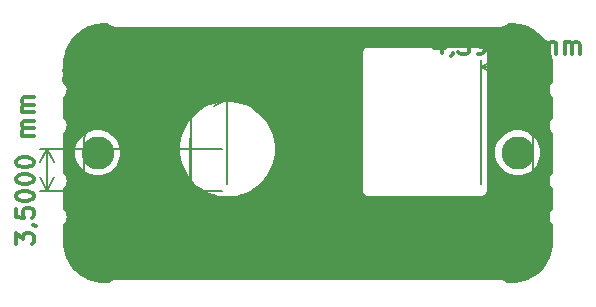
<source format=gbr>
%TF.GenerationSoftware,KiCad,Pcbnew,7.0.2*%
%TF.CreationDate,2023-05-24T14:08:54-03:00*%
%TF.ProjectId,Back_painel,4261636b-5f70-4616-996e-656c2e6b6963,rev?*%
%TF.SameCoordinates,Original*%
%TF.FileFunction,Copper,L1,Top*%
%TF.FilePolarity,Positive*%
%FSLAX46Y46*%
G04 Gerber Fmt 4.6, Leading zero omitted, Abs format (unit mm)*
G04 Created by KiCad (PCBNEW 7.0.2) date 2023-05-24 14:08:54*
%MOMM*%
%LPD*%
G01*
G04 APERTURE LIST*
%ADD10C,0.300000*%
%TA.AperFunction,NonConductor*%
%ADD11C,0.300000*%
%TD*%
%TA.AperFunction,NonConductor*%
%ADD12C,0.200000*%
%TD*%
%TA.AperFunction,ViaPad*%
%ADD13C,2.800000*%
%TD*%
G04 APERTURE END LIST*
D10*
D11*
X133838756Y-97804028D02*
X134767328Y-97804028D01*
X134767328Y-97804028D02*
X134267328Y-98375457D01*
X134267328Y-98375457D02*
X134481613Y-98375457D01*
X134481613Y-98375457D02*
X134624471Y-98446885D01*
X134624471Y-98446885D02*
X134695899Y-98518314D01*
X134695899Y-98518314D02*
X134767328Y-98661171D01*
X134767328Y-98661171D02*
X134767328Y-99018314D01*
X134767328Y-99018314D02*
X134695899Y-99161171D01*
X134695899Y-99161171D02*
X134624471Y-99232600D01*
X134624471Y-99232600D02*
X134481613Y-99304028D01*
X134481613Y-99304028D02*
X134053042Y-99304028D01*
X134053042Y-99304028D02*
X133910185Y-99232600D01*
X133910185Y-99232600D02*
X133838756Y-99161171D01*
X135481613Y-99232600D02*
X135481613Y-99304028D01*
X135481613Y-99304028D02*
X135410184Y-99446885D01*
X135410184Y-99446885D02*
X135338756Y-99518314D01*
X136910185Y-99304028D02*
X136053042Y-99304028D01*
X136481613Y-99304028D02*
X136481613Y-97804028D01*
X136481613Y-97804028D02*
X136338756Y-98018314D01*
X136338756Y-98018314D02*
X136195899Y-98161171D01*
X136195899Y-98161171D02*
X136053042Y-98232600D01*
X137838756Y-97804028D02*
X137981613Y-97804028D01*
X137981613Y-97804028D02*
X138124470Y-97875457D01*
X138124470Y-97875457D02*
X138195899Y-97946885D01*
X138195899Y-97946885D02*
X138267327Y-98089742D01*
X138267327Y-98089742D02*
X138338756Y-98375457D01*
X138338756Y-98375457D02*
X138338756Y-98732600D01*
X138338756Y-98732600D02*
X138267327Y-99018314D01*
X138267327Y-99018314D02*
X138195899Y-99161171D01*
X138195899Y-99161171D02*
X138124470Y-99232600D01*
X138124470Y-99232600D02*
X137981613Y-99304028D01*
X137981613Y-99304028D02*
X137838756Y-99304028D01*
X137838756Y-99304028D02*
X137695899Y-99232600D01*
X137695899Y-99232600D02*
X137624470Y-99161171D01*
X137624470Y-99161171D02*
X137553041Y-99018314D01*
X137553041Y-99018314D02*
X137481613Y-98732600D01*
X137481613Y-98732600D02*
X137481613Y-98375457D01*
X137481613Y-98375457D02*
X137553041Y-98089742D01*
X137553041Y-98089742D02*
X137624470Y-97946885D01*
X137624470Y-97946885D02*
X137695899Y-97875457D01*
X137695899Y-97875457D02*
X137838756Y-97804028D01*
X139267327Y-97804028D02*
X139410184Y-97804028D01*
X139410184Y-97804028D02*
X139553041Y-97875457D01*
X139553041Y-97875457D02*
X139624470Y-97946885D01*
X139624470Y-97946885D02*
X139695898Y-98089742D01*
X139695898Y-98089742D02*
X139767327Y-98375457D01*
X139767327Y-98375457D02*
X139767327Y-98732600D01*
X139767327Y-98732600D02*
X139695898Y-99018314D01*
X139695898Y-99018314D02*
X139624470Y-99161171D01*
X139624470Y-99161171D02*
X139553041Y-99232600D01*
X139553041Y-99232600D02*
X139410184Y-99304028D01*
X139410184Y-99304028D02*
X139267327Y-99304028D01*
X139267327Y-99304028D02*
X139124470Y-99232600D01*
X139124470Y-99232600D02*
X139053041Y-99161171D01*
X139053041Y-99161171D02*
X138981612Y-99018314D01*
X138981612Y-99018314D02*
X138910184Y-98732600D01*
X138910184Y-98732600D02*
X138910184Y-98375457D01*
X138910184Y-98375457D02*
X138981612Y-98089742D01*
X138981612Y-98089742D02*
X139053041Y-97946885D01*
X139053041Y-97946885D02*
X139124470Y-97875457D01*
X139124470Y-97875457D02*
X139267327Y-97804028D01*
X140695898Y-97804028D02*
X140838755Y-97804028D01*
X140838755Y-97804028D02*
X140981612Y-97875457D01*
X140981612Y-97875457D02*
X141053041Y-97946885D01*
X141053041Y-97946885D02*
X141124469Y-98089742D01*
X141124469Y-98089742D02*
X141195898Y-98375457D01*
X141195898Y-98375457D02*
X141195898Y-98732600D01*
X141195898Y-98732600D02*
X141124469Y-99018314D01*
X141124469Y-99018314D02*
X141053041Y-99161171D01*
X141053041Y-99161171D02*
X140981612Y-99232600D01*
X140981612Y-99232600D02*
X140838755Y-99304028D01*
X140838755Y-99304028D02*
X140695898Y-99304028D01*
X140695898Y-99304028D02*
X140553041Y-99232600D01*
X140553041Y-99232600D02*
X140481612Y-99161171D01*
X140481612Y-99161171D02*
X140410183Y-99018314D01*
X140410183Y-99018314D02*
X140338755Y-98732600D01*
X140338755Y-98732600D02*
X140338755Y-98375457D01*
X140338755Y-98375457D02*
X140410183Y-98089742D01*
X140410183Y-98089742D02*
X140481612Y-97946885D01*
X140481612Y-97946885D02*
X140553041Y-97875457D01*
X140553041Y-97875457D02*
X140695898Y-97804028D01*
X142981611Y-99304028D02*
X142981611Y-98304028D01*
X142981611Y-98446885D02*
X143053040Y-98375457D01*
X143053040Y-98375457D02*
X143195897Y-98304028D01*
X143195897Y-98304028D02*
X143410183Y-98304028D01*
X143410183Y-98304028D02*
X143553040Y-98375457D01*
X143553040Y-98375457D02*
X143624469Y-98518314D01*
X143624469Y-98518314D02*
X143624469Y-99304028D01*
X143624469Y-98518314D02*
X143695897Y-98375457D01*
X143695897Y-98375457D02*
X143838754Y-98304028D01*
X143838754Y-98304028D02*
X144053040Y-98304028D01*
X144053040Y-98304028D02*
X144195897Y-98375457D01*
X144195897Y-98375457D02*
X144267326Y-98518314D01*
X144267326Y-98518314D02*
X144267326Y-99304028D01*
X144981611Y-99304028D02*
X144981611Y-98304028D01*
X144981611Y-98446885D02*
X145053040Y-98375457D01*
X145053040Y-98375457D02*
X145195897Y-98304028D01*
X145195897Y-98304028D02*
X145410183Y-98304028D01*
X145410183Y-98304028D02*
X145553040Y-98375457D01*
X145553040Y-98375457D02*
X145624469Y-98518314D01*
X145624469Y-98518314D02*
X145624469Y-99304028D01*
X145624469Y-98518314D02*
X145695897Y-98375457D01*
X145695897Y-98375457D02*
X145838754Y-98304028D01*
X145838754Y-98304028D02*
X146053040Y-98304028D01*
X146053040Y-98304028D02*
X146195897Y-98375457D01*
X146195897Y-98375457D02*
X146267326Y-98518314D01*
X146267326Y-98518314D02*
X146267326Y-99304028D01*
D12*
X138574470Y-107610100D02*
X138574470Y-99823680D01*
X141674470Y-107610100D02*
X141674470Y-99823680D01*
X138574470Y-100410100D02*
X141674470Y-100410100D01*
X138574470Y-100410100D02*
X141674470Y-100410100D01*
X138574470Y-100410100D02*
X139700974Y-99823679D01*
X138574470Y-100410100D02*
X139700974Y-100996521D01*
X141674470Y-100410100D02*
X140547966Y-100996521D01*
X141674470Y-100410100D02*
X140547966Y-99823679D01*
D10*
D11*
X128138000Y-98351938D02*
X127995374Y-98280049D01*
X127995374Y-98280049D02*
X127924177Y-98208390D01*
X127924177Y-98208390D02*
X127853210Y-98065303D01*
X127853210Y-98065303D02*
X127853441Y-97993875D01*
X127853441Y-97993875D02*
X127925330Y-97851249D01*
X127925330Y-97851249D02*
X127996989Y-97780051D01*
X127996989Y-97780051D02*
X128140076Y-97709085D01*
X128140076Y-97709085D02*
X128425789Y-97710007D01*
X128425789Y-97710007D02*
X128568415Y-97781897D01*
X128568415Y-97781897D02*
X128639612Y-97853556D01*
X128639612Y-97853556D02*
X128710579Y-97996643D01*
X128710579Y-97996643D02*
X128710349Y-98068071D01*
X128710349Y-98068071D02*
X128638459Y-98210697D01*
X128638459Y-98210697D02*
X128566800Y-98281894D01*
X128566800Y-98281894D02*
X128423713Y-98352861D01*
X128423713Y-98352861D02*
X128138000Y-98351938D01*
X128138000Y-98351938D02*
X127994913Y-98422905D01*
X127994913Y-98422905D02*
X127923254Y-98494103D01*
X127923254Y-98494103D02*
X127851365Y-98636728D01*
X127851365Y-98636728D02*
X127850442Y-98922441D01*
X127850442Y-98922441D02*
X127921409Y-99065528D01*
X127921409Y-99065528D02*
X127992606Y-99137187D01*
X127992606Y-99137187D02*
X128135232Y-99209077D01*
X128135232Y-99209077D02*
X128420945Y-99209999D01*
X128420945Y-99209999D02*
X128564032Y-99139033D01*
X128564032Y-99139033D02*
X128635691Y-99067835D01*
X128635691Y-99067835D02*
X128707580Y-98925209D01*
X128707580Y-98925209D02*
X128708503Y-98639497D01*
X128708503Y-98639497D02*
X128637536Y-98496410D01*
X128637536Y-98496410D02*
X128566339Y-98424751D01*
X128566339Y-98424751D02*
X128423713Y-98352861D01*
X129421170Y-99141801D02*
X129420939Y-99213229D01*
X129420939Y-99213229D02*
X129349049Y-99355855D01*
X129349049Y-99355855D02*
X129277390Y-99427052D01*
X130135221Y-99215536D02*
X130420934Y-99216459D01*
X130420934Y-99216459D02*
X130564021Y-99145492D01*
X130564021Y-99145492D02*
X130635680Y-99074295D01*
X130635680Y-99074295D02*
X130779228Y-98860471D01*
X130779228Y-98860471D02*
X130851579Y-98574989D01*
X130851579Y-98574989D02*
X130853425Y-98003564D01*
X130853425Y-98003564D02*
X130782458Y-97860477D01*
X130782458Y-97860477D02*
X130711261Y-97788818D01*
X130711261Y-97788818D02*
X130568635Y-97716928D01*
X130568635Y-97716928D02*
X130282922Y-97716005D01*
X130282922Y-97716005D02*
X130139835Y-97786972D01*
X130139835Y-97786972D02*
X130068176Y-97858170D01*
X130068176Y-97858170D02*
X129996287Y-98000795D01*
X129996287Y-98000795D02*
X129995133Y-98357936D01*
X129995133Y-98357936D02*
X130066100Y-98501024D01*
X130066100Y-98501024D02*
X130137297Y-98572682D01*
X130137297Y-98572682D02*
X130279923Y-98644572D01*
X130279923Y-98644572D02*
X130565636Y-98645495D01*
X130565636Y-98645495D02*
X130708723Y-98574528D01*
X130708723Y-98574528D02*
X130780382Y-98503330D01*
X130780382Y-98503330D02*
X130852272Y-98360705D01*
X131354345Y-97719466D02*
X132354340Y-97722696D01*
X132354340Y-97722696D02*
X131706641Y-99220611D01*
X132992348Y-99224764D02*
X133278061Y-99225687D01*
X133278061Y-99225687D02*
X133421148Y-99154720D01*
X133421148Y-99154720D02*
X133492807Y-99083522D01*
X133492807Y-99083522D02*
X133636356Y-98869699D01*
X133636356Y-98869699D02*
X133708707Y-98584217D01*
X133708707Y-98584217D02*
X133710552Y-98012792D01*
X133710552Y-98012792D02*
X133639585Y-97869704D01*
X133639585Y-97869704D02*
X133568388Y-97798046D01*
X133568388Y-97798046D02*
X133425762Y-97726156D01*
X133425762Y-97726156D02*
X133140049Y-97725233D01*
X133140049Y-97725233D02*
X132996962Y-97796200D01*
X132996962Y-97796200D02*
X132925303Y-97867398D01*
X132925303Y-97867398D02*
X132853414Y-98010023D01*
X132853414Y-98010023D02*
X132852260Y-98367164D01*
X132852260Y-98367164D02*
X132923227Y-98510251D01*
X132923227Y-98510251D02*
X132994425Y-98581910D01*
X132994425Y-98581910D02*
X133137050Y-98653800D01*
X133137050Y-98653800D02*
X133422763Y-98654723D01*
X133422763Y-98654723D02*
X133565850Y-98583756D01*
X133565850Y-98583756D02*
X133637509Y-98512558D01*
X133637509Y-98512558D02*
X133709399Y-98369933D01*
X134640041Y-97730078D02*
X134782897Y-97730539D01*
X134782897Y-97730539D02*
X134925523Y-97802429D01*
X134925523Y-97802429D02*
X134996721Y-97874088D01*
X134996721Y-97874088D02*
X135067687Y-98017175D01*
X135067687Y-98017175D02*
X135138193Y-98303118D01*
X135138193Y-98303118D02*
X135137039Y-98660259D01*
X135137039Y-98660259D02*
X135064688Y-98945741D01*
X135064688Y-98945741D02*
X134992799Y-99088367D01*
X134992799Y-99088367D02*
X134921140Y-99159565D01*
X134921140Y-99159565D02*
X134778053Y-99230531D01*
X134778053Y-99230531D02*
X134635196Y-99230070D01*
X134635196Y-99230070D02*
X134492571Y-99158180D01*
X134492571Y-99158180D02*
X134421373Y-99086522D01*
X134421373Y-99086522D02*
X134350406Y-98943434D01*
X134350406Y-98943434D02*
X134279901Y-98657491D01*
X134279901Y-98657491D02*
X134281055Y-98300350D01*
X134281055Y-98300350D02*
X134353405Y-98014868D01*
X134353405Y-98014868D02*
X134425295Y-97872242D01*
X134425295Y-97872242D02*
X134496954Y-97801045D01*
X134496954Y-97801045D02*
X134640041Y-97730078D01*
X136920898Y-99237452D02*
X136924128Y-98237457D01*
X136923667Y-98380314D02*
X136995325Y-98309116D01*
X136995325Y-98309116D02*
X137138413Y-98238150D01*
X137138413Y-98238150D02*
X137352697Y-98238842D01*
X137352697Y-98238842D02*
X137495323Y-98310731D01*
X137495323Y-98310731D02*
X137566290Y-98453818D01*
X137566290Y-98453818D02*
X137563752Y-99239529D01*
X137566290Y-98453818D02*
X137638179Y-98311193D01*
X137638179Y-98311193D02*
X137781266Y-98240226D01*
X137781266Y-98240226D02*
X137995551Y-98240918D01*
X137995551Y-98240918D02*
X138138177Y-98312808D01*
X138138177Y-98312808D02*
X138209143Y-98455895D01*
X138209143Y-98455895D02*
X138206606Y-99241605D01*
X138920888Y-99243912D02*
X138924118Y-98243917D01*
X138923656Y-98386773D02*
X138995315Y-98315576D01*
X138995315Y-98315576D02*
X139138402Y-98244609D01*
X139138402Y-98244609D02*
X139352687Y-98245301D01*
X139352687Y-98245301D02*
X139495312Y-98317191D01*
X139495312Y-98317191D02*
X139566279Y-98460278D01*
X139566279Y-98460278D02*
X139563742Y-99245988D01*
X139566279Y-98460278D02*
X139638169Y-98317652D01*
X139638169Y-98317652D02*
X139781256Y-98246685D01*
X139781256Y-98246685D02*
X139995541Y-98247377D01*
X139995541Y-98247377D02*
X140138166Y-98319267D01*
X140138166Y-98319267D02*
X140209133Y-98462354D01*
X140209133Y-98462354D02*
X140206595Y-99248064D01*
D12*
X129547085Y-107631103D02*
X129572593Y-99733374D01*
X138526085Y-107660103D02*
X138551593Y-99762374D01*
X129570699Y-100319791D02*
X138549699Y-100348791D01*
X129570699Y-100319791D02*
X138549699Y-100348791D01*
X129570699Y-100319791D02*
X130699091Y-99737012D01*
X129570699Y-100319791D02*
X130695303Y-100909847D01*
X138549699Y-100348791D02*
X137421307Y-100931570D01*
X138549699Y-100348791D02*
X137425095Y-99758735D01*
D10*
D11*
X123768398Y-112695813D02*
X123768398Y-111767241D01*
X123768398Y-111767241D02*
X124339827Y-112267241D01*
X124339827Y-112267241D02*
X124339827Y-112052956D01*
X124339827Y-112052956D02*
X124411255Y-111910099D01*
X124411255Y-111910099D02*
X124482684Y-111838670D01*
X124482684Y-111838670D02*
X124625541Y-111767241D01*
X124625541Y-111767241D02*
X124982684Y-111767241D01*
X124982684Y-111767241D02*
X125125541Y-111838670D01*
X125125541Y-111838670D02*
X125196970Y-111910099D01*
X125196970Y-111910099D02*
X125268398Y-112052956D01*
X125268398Y-112052956D02*
X125268398Y-112481527D01*
X125268398Y-112481527D02*
X125196970Y-112624384D01*
X125196970Y-112624384D02*
X125125541Y-112695813D01*
X125196970Y-111052956D02*
X125268398Y-111052956D01*
X125268398Y-111052956D02*
X125411255Y-111124385D01*
X125411255Y-111124385D02*
X125482684Y-111195813D01*
X123768398Y-109695813D02*
X123768398Y-110410099D01*
X123768398Y-110410099D02*
X124482684Y-110481527D01*
X124482684Y-110481527D02*
X124411255Y-110410099D01*
X124411255Y-110410099D02*
X124339827Y-110267242D01*
X124339827Y-110267242D02*
X124339827Y-109910099D01*
X124339827Y-109910099D02*
X124411255Y-109767242D01*
X124411255Y-109767242D02*
X124482684Y-109695813D01*
X124482684Y-109695813D02*
X124625541Y-109624384D01*
X124625541Y-109624384D02*
X124982684Y-109624384D01*
X124982684Y-109624384D02*
X125125541Y-109695813D01*
X125125541Y-109695813D02*
X125196970Y-109767242D01*
X125196970Y-109767242D02*
X125268398Y-109910099D01*
X125268398Y-109910099D02*
X125268398Y-110267242D01*
X125268398Y-110267242D02*
X125196970Y-110410099D01*
X125196970Y-110410099D02*
X125125541Y-110481527D01*
X123768398Y-108695813D02*
X123768398Y-108552956D01*
X123768398Y-108552956D02*
X123839827Y-108410099D01*
X123839827Y-108410099D02*
X123911255Y-108338671D01*
X123911255Y-108338671D02*
X124054112Y-108267242D01*
X124054112Y-108267242D02*
X124339827Y-108195813D01*
X124339827Y-108195813D02*
X124696970Y-108195813D01*
X124696970Y-108195813D02*
X124982684Y-108267242D01*
X124982684Y-108267242D02*
X125125541Y-108338671D01*
X125125541Y-108338671D02*
X125196970Y-108410099D01*
X125196970Y-108410099D02*
X125268398Y-108552956D01*
X125268398Y-108552956D02*
X125268398Y-108695813D01*
X125268398Y-108695813D02*
X125196970Y-108838671D01*
X125196970Y-108838671D02*
X125125541Y-108910099D01*
X125125541Y-108910099D02*
X124982684Y-108981528D01*
X124982684Y-108981528D02*
X124696970Y-109052956D01*
X124696970Y-109052956D02*
X124339827Y-109052956D01*
X124339827Y-109052956D02*
X124054112Y-108981528D01*
X124054112Y-108981528D02*
X123911255Y-108910099D01*
X123911255Y-108910099D02*
X123839827Y-108838671D01*
X123839827Y-108838671D02*
X123768398Y-108695813D01*
X123768398Y-107267242D02*
X123768398Y-107124385D01*
X123768398Y-107124385D02*
X123839827Y-106981528D01*
X123839827Y-106981528D02*
X123911255Y-106910100D01*
X123911255Y-106910100D02*
X124054112Y-106838671D01*
X124054112Y-106838671D02*
X124339827Y-106767242D01*
X124339827Y-106767242D02*
X124696970Y-106767242D01*
X124696970Y-106767242D02*
X124982684Y-106838671D01*
X124982684Y-106838671D02*
X125125541Y-106910100D01*
X125125541Y-106910100D02*
X125196970Y-106981528D01*
X125196970Y-106981528D02*
X125268398Y-107124385D01*
X125268398Y-107124385D02*
X125268398Y-107267242D01*
X125268398Y-107267242D02*
X125196970Y-107410100D01*
X125196970Y-107410100D02*
X125125541Y-107481528D01*
X125125541Y-107481528D02*
X124982684Y-107552957D01*
X124982684Y-107552957D02*
X124696970Y-107624385D01*
X124696970Y-107624385D02*
X124339827Y-107624385D01*
X124339827Y-107624385D02*
X124054112Y-107552957D01*
X124054112Y-107552957D02*
X123911255Y-107481528D01*
X123911255Y-107481528D02*
X123839827Y-107410100D01*
X123839827Y-107410100D02*
X123768398Y-107267242D01*
X123768398Y-105838671D02*
X123768398Y-105695814D01*
X123768398Y-105695814D02*
X123839827Y-105552957D01*
X123839827Y-105552957D02*
X123911255Y-105481529D01*
X123911255Y-105481529D02*
X124054112Y-105410100D01*
X124054112Y-105410100D02*
X124339827Y-105338671D01*
X124339827Y-105338671D02*
X124696970Y-105338671D01*
X124696970Y-105338671D02*
X124982684Y-105410100D01*
X124982684Y-105410100D02*
X125125541Y-105481529D01*
X125125541Y-105481529D02*
X125196970Y-105552957D01*
X125196970Y-105552957D02*
X125268398Y-105695814D01*
X125268398Y-105695814D02*
X125268398Y-105838671D01*
X125268398Y-105838671D02*
X125196970Y-105981529D01*
X125196970Y-105981529D02*
X125125541Y-106052957D01*
X125125541Y-106052957D02*
X124982684Y-106124386D01*
X124982684Y-106124386D02*
X124696970Y-106195814D01*
X124696970Y-106195814D02*
X124339827Y-106195814D01*
X124339827Y-106195814D02*
X124054112Y-106124386D01*
X124054112Y-106124386D02*
X123911255Y-106052957D01*
X123911255Y-106052957D02*
X123839827Y-105981529D01*
X123839827Y-105981529D02*
X123768398Y-105838671D01*
X125268398Y-103552958D02*
X124268398Y-103552958D01*
X124411255Y-103552958D02*
X124339827Y-103481529D01*
X124339827Y-103481529D02*
X124268398Y-103338672D01*
X124268398Y-103338672D02*
X124268398Y-103124386D01*
X124268398Y-103124386D02*
X124339827Y-102981529D01*
X124339827Y-102981529D02*
X124482684Y-102910101D01*
X124482684Y-102910101D02*
X125268398Y-102910101D01*
X124482684Y-102910101D02*
X124339827Y-102838672D01*
X124339827Y-102838672D02*
X124268398Y-102695815D01*
X124268398Y-102695815D02*
X124268398Y-102481529D01*
X124268398Y-102481529D02*
X124339827Y-102338672D01*
X124339827Y-102338672D02*
X124482684Y-102267243D01*
X124482684Y-102267243D02*
X125268398Y-102267243D01*
X125268398Y-101552958D02*
X124268398Y-101552958D01*
X124411255Y-101552958D02*
X124339827Y-101481529D01*
X124339827Y-101481529D02*
X124268398Y-101338672D01*
X124268398Y-101338672D02*
X124268398Y-101124386D01*
X124268398Y-101124386D02*
X124339827Y-100981529D01*
X124339827Y-100981529D02*
X124482684Y-100910101D01*
X124482684Y-100910101D02*
X125268398Y-100910101D01*
X124482684Y-100910101D02*
X124339827Y-100838672D01*
X124339827Y-100838672D02*
X124268398Y-100695815D01*
X124268398Y-100695815D02*
X124268398Y-100481529D01*
X124268398Y-100481529D02*
X124339827Y-100338672D01*
X124339827Y-100338672D02*
X124482684Y-100267243D01*
X124482684Y-100267243D02*
X125268398Y-100267243D01*
D12*
X141174470Y-108160100D02*
X125788050Y-108160100D01*
X141174470Y-104660100D02*
X125788050Y-104660100D01*
X126374470Y-108160100D02*
X126374470Y-104660100D01*
X126374470Y-108160100D02*
X126374470Y-104660100D01*
X126374470Y-108160100D02*
X125788049Y-107033596D01*
X126374470Y-108160100D02*
X126960891Y-107033596D01*
X126374470Y-104660100D02*
X126960891Y-105786604D01*
X126374470Y-104660100D02*
X125788049Y-105786604D01*
D10*
D11*
X159881448Y-95557907D02*
X159876669Y-96557896D01*
X159527040Y-94984778D02*
X159164781Y-96054488D01*
X159164781Y-96054488D02*
X160093342Y-96058925D01*
X160734143Y-96490564D02*
X160733802Y-96561992D01*
X160733802Y-96561992D02*
X160661691Y-96704506D01*
X160661691Y-96704506D02*
X160589922Y-96775593D01*
X161240965Y-95064399D02*
X162169526Y-95068837D01*
X162169526Y-95068837D02*
X161666800Y-95637869D01*
X161666800Y-95637869D02*
X161881084Y-95638893D01*
X161881084Y-95638893D02*
X162023598Y-95711004D01*
X162023598Y-95711004D02*
X162094684Y-95782773D01*
X162094684Y-95782773D02*
X162165429Y-95925970D01*
X162165429Y-95925970D02*
X162163722Y-96283108D01*
X162163722Y-96283108D02*
X162091612Y-96425623D01*
X162091612Y-96425623D02*
X162019843Y-96496709D01*
X162019843Y-96496709D02*
X161876646Y-96567454D01*
X161876646Y-96567454D02*
X161448079Y-96565406D01*
X161448079Y-96565406D02*
X161305565Y-96493295D01*
X161305565Y-96493295D02*
X161234479Y-96421526D01*
X162876634Y-96572233D02*
X163162345Y-96573599D01*
X163162345Y-96573599D02*
X163305542Y-96502854D01*
X163305542Y-96502854D02*
X163377311Y-96431767D01*
X163377311Y-96431767D02*
X163521191Y-96218167D01*
X163521191Y-96218167D02*
X163593984Y-95932797D01*
X163593984Y-95932797D02*
X163596715Y-95361375D01*
X163596715Y-95361375D02*
X163525970Y-95218178D01*
X163525970Y-95218178D02*
X163454884Y-95146409D01*
X163454884Y-95146409D02*
X163312369Y-95074299D01*
X163312369Y-95074299D02*
X163026658Y-95072933D01*
X163026658Y-95072933D02*
X162883461Y-95143678D01*
X162883461Y-95143678D02*
X162811692Y-95214764D01*
X162811692Y-95214764D02*
X162739582Y-95357279D01*
X162739582Y-95357279D02*
X162737875Y-95714417D01*
X162737875Y-95714417D02*
X162808620Y-95857614D01*
X162808620Y-95857614D02*
X162879706Y-95929383D01*
X162879706Y-95929383D02*
X163022221Y-96001494D01*
X163022221Y-96001494D02*
X163307932Y-96002859D01*
X163307932Y-96002859D02*
X163451128Y-95932114D01*
X163451128Y-95932114D02*
X163522898Y-95861028D01*
X163522898Y-95861028D02*
X163595008Y-95718514D01*
X164881390Y-95581803D02*
X164876611Y-96581792D01*
X164526982Y-95008674D02*
X164164723Y-96078384D01*
X164164723Y-96078384D02*
X165093284Y-96082821D01*
X166448021Y-96589302D02*
X165590888Y-96585205D01*
X166019454Y-96587253D02*
X166026623Y-95087271D01*
X166026623Y-95087271D02*
X165882744Y-95300871D01*
X165882744Y-95300871D02*
X165739205Y-95443044D01*
X165739205Y-95443044D02*
X165596008Y-95513789D01*
X168233714Y-96597836D02*
X168238494Y-95597847D01*
X168237811Y-95740703D02*
X168309580Y-95669617D01*
X168309580Y-95669617D02*
X168452777Y-95598872D01*
X168452777Y-95598872D02*
X168667060Y-95599896D01*
X168667060Y-95599896D02*
X168809574Y-95672006D01*
X168809574Y-95672006D02*
X168880319Y-95815203D01*
X168880319Y-95815203D02*
X168876564Y-96600908D01*
X168880319Y-95815203D02*
X168952430Y-95672689D01*
X168952430Y-95672689D02*
X169095627Y-95601944D01*
X169095627Y-95601944D02*
X169309910Y-95602968D01*
X169309910Y-95602968D02*
X169452424Y-95675078D01*
X169452424Y-95675078D02*
X169523169Y-95818275D01*
X169523169Y-95818275D02*
X169519414Y-96603981D01*
X170233691Y-96607394D02*
X170238471Y-95607406D01*
X170237788Y-95750261D02*
X170309557Y-95679175D01*
X170309557Y-95679175D02*
X170452754Y-95608430D01*
X170452754Y-95608430D02*
X170667037Y-95609454D01*
X170667037Y-95609454D02*
X170809551Y-95681564D01*
X170809551Y-95681564D02*
X170880296Y-95824761D01*
X170880296Y-95824761D02*
X170876541Y-96610467D01*
X170880296Y-95824761D02*
X170952407Y-95682247D01*
X170952407Y-95682247D02*
X171095604Y-95611502D01*
X171095604Y-95611502D02*
X171309887Y-95612526D01*
X171309887Y-95612526D02*
X171452401Y-95684637D01*
X171452401Y-95684637D02*
X171523146Y-95827834D01*
X171523146Y-95827834D02*
X171519391Y-96613539D01*
D12*
X167520860Y-107631106D02*
X167571122Y-97114327D01*
X163126860Y-107610106D02*
X163177122Y-97093327D01*
X167568319Y-97700740D02*
X163174319Y-97679740D01*
X167568319Y-97700740D02*
X163174319Y-97679740D01*
X167568319Y-97700740D02*
X166439025Y-98281770D01*
X167568319Y-97700740D02*
X166444631Y-97108942D01*
X163174319Y-97679740D02*
X164303613Y-97098710D01*
X163174319Y-97679740D02*
X164298007Y-98271538D01*
D13*
%TO.N,*%
X166248470Y-104956100D03*
X130688470Y-104956100D03*
%TD*%
%TA.AperFunction,NonConductor*%
G36*
X131635144Y-94023785D02*
G01*
X131655786Y-94040419D01*
X131740799Y-94125432D01*
X131871955Y-94213052D01*
X132017694Y-94273391D01*
X132172399Y-94304123D01*
X132172400Y-94304122D01*
X132172401Y-94304123D01*
X132251267Y-94304100D01*
X164685208Y-94304100D01*
X164751100Y-94304100D01*
X164829942Y-94304100D01*
X164829944Y-94304100D01*
X164984594Y-94273338D01*
X164984595Y-94273337D01*
X164984597Y-94273337D01*
X165130279Y-94212994D01*
X165261389Y-94125389D01*
X165346358Y-94040419D01*
X165407682Y-94006934D01*
X165434040Y-94004100D01*
X165685208Y-94004100D01*
X165748049Y-94004100D01*
X165754132Y-94004248D01*
X166088029Y-94020652D01*
X166100137Y-94021845D01*
X166113216Y-94023785D01*
X166427799Y-94070449D01*
X166439717Y-94072819D01*
X166761051Y-94153309D01*
X166772688Y-94156840D01*
X166843906Y-94182322D01*
X167084567Y-94268432D01*
X167095788Y-94273079D01*
X167395263Y-94414720D01*
X167405971Y-94420444D01*
X167690088Y-94590737D01*
X167700206Y-94597497D01*
X167966270Y-94794824D01*
X167975676Y-94802544D01*
X168221113Y-95024995D01*
X168229704Y-95033586D01*
X168416855Y-95240075D01*
X168452155Y-95279023D01*
X168459875Y-95288429D01*
X168657202Y-95554493D01*
X168663962Y-95564611D01*
X168792876Y-95779692D01*
X168834248Y-95848716D01*
X168839983Y-95859444D01*
X168970180Y-96134723D01*
X168981614Y-96158897D01*
X168986270Y-96170140D01*
X169097859Y-96482011D01*
X169101392Y-96493655D01*
X169181877Y-96814969D01*
X169184251Y-96826905D01*
X169232854Y-97154562D01*
X169234047Y-97166671D01*
X169250451Y-97500565D01*
X169250600Y-97506650D01*
X169250600Y-98915534D01*
X169230915Y-98982573D01*
X169218750Y-98998506D01*
X169099914Y-99130485D01*
X169015778Y-99276213D01*
X168963780Y-99436248D01*
X168946191Y-99603600D01*
X168963780Y-99770951D01*
X169015778Y-99930986D01*
X169099912Y-100076711D01*
X169099915Y-100076714D01*
X169212511Y-100201764D01*
X169212513Y-100201765D01*
X169218750Y-100208692D01*
X169248980Y-100271684D01*
X169250600Y-100291665D01*
X169250600Y-101965534D01*
X169230915Y-102032573D01*
X169218750Y-102048506D01*
X169099914Y-102180485D01*
X169015778Y-102326213D01*
X168963780Y-102486248D01*
X168946191Y-102653599D01*
X168963780Y-102820951D01*
X169015778Y-102980986D01*
X169099912Y-103126711D01*
X169101005Y-103127925D01*
X169212511Y-103251764D01*
X169212513Y-103251765D01*
X169218750Y-103258692D01*
X169248980Y-103321684D01*
X169250600Y-103341665D01*
X169250599Y-106665534D01*
X169230914Y-106732573D01*
X169218749Y-106748506D01*
X169099914Y-106880485D01*
X169015778Y-107026213D01*
X168963780Y-107186248D01*
X168946191Y-107353600D01*
X168963780Y-107520951D01*
X169015778Y-107680986D01*
X169099912Y-107826711D01*
X169099915Y-107826714D01*
X169212511Y-107951764D01*
X169212513Y-107951765D01*
X169218750Y-107958692D01*
X169248980Y-108021684D01*
X169250600Y-108041665D01*
X169250600Y-109715534D01*
X169230915Y-109782573D01*
X169218750Y-109798506D01*
X169099914Y-109930485D01*
X169015778Y-110076213D01*
X168963780Y-110236248D01*
X168946191Y-110403600D01*
X168963780Y-110570951D01*
X169015778Y-110730986D01*
X169099912Y-110876711D01*
X169099915Y-110876714D01*
X169212511Y-111001764D01*
X169212513Y-111001765D01*
X169218750Y-111008692D01*
X169248980Y-111071684D01*
X169250600Y-111091665D01*
X169250600Y-112500548D01*
X169250451Y-112506633D01*
X169234047Y-112840528D01*
X169232854Y-112852637D01*
X169184251Y-113180294D01*
X169181877Y-113192230D01*
X169101392Y-113513544D01*
X169097859Y-113525188D01*
X168986270Y-113837059D01*
X168981614Y-113848302D01*
X168839985Y-114147751D01*
X168834248Y-114158483D01*
X168663962Y-114442588D01*
X168657202Y-114452706D01*
X168459875Y-114718770D01*
X168452155Y-114728176D01*
X168229711Y-114973606D01*
X168221106Y-114982211D01*
X167975676Y-115204655D01*
X167966270Y-115212375D01*
X167700206Y-115409702D01*
X167690088Y-115416462D01*
X167405983Y-115586748D01*
X167395251Y-115592485D01*
X167095802Y-115734114D01*
X167084559Y-115738770D01*
X166772688Y-115850359D01*
X166761044Y-115853892D01*
X166439730Y-115934377D01*
X166427794Y-115936751D01*
X166100137Y-115985354D01*
X166088028Y-115986547D01*
X165773089Y-116002019D01*
X165754131Y-116002951D01*
X165748049Y-116003100D01*
X165433987Y-116003100D01*
X165366948Y-115983415D01*
X165346310Y-115966785D01*
X165261379Y-115881854D01*
X165261315Y-115881811D01*
X165130313Y-115794263D01*
X164984685Y-115733914D01*
X164830088Y-115703123D01*
X164787005Y-115703110D01*
X164786959Y-115703108D01*
X164786899Y-115703100D01*
X164786718Y-115703100D01*
X164751267Y-115703100D01*
X164685375Y-115703078D01*
X164685373Y-115703078D01*
X164669154Y-115703073D01*
X164668949Y-115703100D01*
X132172256Y-115703100D01*
X132017605Y-115733861D01*
X131871920Y-115794206D01*
X131740810Y-115881811D01*
X131655841Y-115966781D01*
X131594518Y-116000266D01*
X131568160Y-116003100D01*
X131254151Y-116003100D01*
X131248068Y-116002951D01*
X131228000Y-116001965D01*
X130914171Y-115986547D01*
X130902062Y-115985354D01*
X130574405Y-115936751D01*
X130562469Y-115934377D01*
X130241155Y-115853892D01*
X130229511Y-115850359D01*
X129917640Y-115738770D01*
X129906401Y-115734115D01*
X129606944Y-115592483D01*
X129596221Y-115586750D01*
X129312111Y-115416462D01*
X129301993Y-115409702D01*
X129035929Y-115212375D01*
X129026523Y-115204655D01*
X128987575Y-115169355D01*
X128781086Y-114982204D01*
X128772495Y-114973613D01*
X128550044Y-114728176D01*
X128542324Y-114718770D01*
X128344997Y-114452706D01*
X128338237Y-114442588D01*
X128167944Y-114158471D01*
X128162220Y-114147763D01*
X128020579Y-113848288D01*
X128015929Y-113837059D01*
X127904340Y-113525188D01*
X127900807Y-113513544D01*
X127892058Y-113478615D01*
X127820319Y-113192217D01*
X127817948Y-113180294D01*
X127769345Y-112852637D01*
X127768152Y-112840527D01*
X127751749Y-112506632D01*
X127751600Y-112500548D01*
X127751600Y-111091665D01*
X127771285Y-111024626D01*
X127783450Y-111008692D01*
X127789686Y-111001766D01*
X127789689Y-111001764D01*
X127902285Y-110876714D01*
X127986421Y-110730986D01*
X128038420Y-110570950D01*
X128056009Y-110403600D01*
X128038420Y-110236250D01*
X127986421Y-110076214D01*
X127986421Y-110076213D01*
X127902285Y-109930485D01*
X127783450Y-109798506D01*
X127753220Y-109735515D01*
X127751600Y-109715534D01*
X127751600Y-108041665D01*
X127771285Y-107974626D01*
X127783450Y-107958692D01*
X127789686Y-107951766D01*
X127789689Y-107951764D01*
X127902285Y-107826714D01*
X127986421Y-107680986D01*
X128038420Y-107520950D01*
X128056009Y-107353600D01*
X128038420Y-107186250D01*
X127986421Y-107026214D01*
X127986421Y-107026213D01*
X127902285Y-106880485D01*
X127783450Y-106748506D01*
X127753220Y-106685515D01*
X127751600Y-106665534D01*
X127751600Y-104956099D01*
X128783114Y-104956099D01*
X128802509Y-105227261D01*
X128860293Y-105492896D01*
X128860295Y-105492901D01*
X128955298Y-105747613D01*
X128955300Y-105747617D01*
X128955301Y-105747619D01*
X129085579Y-105986208D01*
X129085583Y-105986213D01*
X129248499Y-106203842D01*
X129440728Y-106396071D01*
X129643943Y-106548197D01*
X129658361Y-106558990D01*
X129853484Y-106665534D01*
X129896957Y-106689272D01*
X130151669Y-106784275D01*
X130151672Y-106784275D01*
X130151673Y-106784276D01*
X130201322Y-106795076D01*
X130417310Y-106842061D01*
X130667580Y-106859960D01*
X130688469Y-106861455D01*
X130688469Y-106861454D01*
X130688470Y-106861455D01*
X130959630Y-106842061D01*
X131225271Y-106784275D01*
X131479983Y-106689272D01*
X131718583Y-106558987D01*
X131936212Y-106396071D01*
X132128441Y-106203842D01*
X132291357Y-105986213D01*
X132421642Y-105747613D01*
X132516645Y-105492901D01*
X132574431Y-105227260D01*
X132593825Y-104956100D01*
X132574431Y-104684940D01*
X132569027Y-104660100D01*
X137669145Y-104660100D01*
X137669294Y-104663132D01*
X137688282Y-105049648D01*
X137688283Y-105049658D01*
X137688432Y-105052691D01*
X137688878Y-105055699D01*
X137688879Y-105055707D01*
X137745658Y-105438486D01*
X137745661Y-105438504D01*
X137746106Y-105441500D01*
X137746842Y-105444439D01*
X137746845Y-105444453D01*
X137840874Y-105819836D01*
X137840877Y-105819846D01*
X137841613Y-105822784D01*
X137842629Y-105825625D01*
X137842635Y-105825643D01*
X137973008Y-106190012D01*
X137973012Y-106190024D01*
X137974032Y-106192872D01*
X138142089Y-106548197D01*
X138344164Y-106885339D01*
X138578312Y-107201051D01*
X138842278Y-107492292D01*
X139133519Y-107756258D01*
X139449231Y-107990406D01*
X139786373Y-108192481D01*
X140141698Y-108360538D01*
X140144556Y-108361560D01*
X140144557Y-108361561D01*
X140508926Y-108491934D01*
X140508931Y-108491935D01*
X140511786Y-108492957D01*
X140893070Y-108588464D01*
X141281879Y-108646138D01*
X141674470Y-108665425D01*
X142067061Y-108646138D01*
X142455870Y-108588464D01*
X142837154Y-108492957D01*
X143207242Y-108360538D01*
X143562567Y-108192481D01*
X143579952Y-108182061D01*
X153123970Y-108182061D01*
X153127412Y-108193783D01*
X153131660Y-108208253D01*
X153135417Y-108225526D01*
X153139304Y-108252557D01*
X153139305Y-108252557D01*
X153150643Y-108277383D01*
X153156824Y-108293957D01*
X153164515Y-108320149D01*
X153164516Y-108320151D01*
X153164517Y-108320153D01*
X153179280Y-108343125D01*
X153187753Y-108358643D01*
X153199092Y-108383472D01*
X153216965Y-108404098D01*
X153227567Y-108418262D01*
X153242325Y-108441227D01*
X153262957Y-108459105D01*
X153275462Y-108471610D01*
X153293342Y-108492243D01*
X153316306Y-108507001D01*
X153330472Y-108517605D01*
X153351095Y-108535476D01*
X153351096Y-108535476D01*
X153351097Y-108535477D01*
X153375925Y-108546815D01*
X153391447Y-108555292D01*
X153414414Y-108570052D01*
X153414416Y-108570052D01*
X153414417Y-108570053D01*
X153440605Y-108577742D01*
X153457183Y-108583926D01*
X153477661Y-108593277D01*
X153482013Y-108595265D01*
X153509040Y-108599151D01*
X153526319Y-108602910D01*
X153552509Y-108610600D01*
X163196430Y-108610600D01*
X163196431Y-108610600D01*
X163222626Y-108602908D01*
X163239896Y-108599151D01*
X163266927Y-108595265D01*
X163291757Y-108583924D01*
X163308335Y-108577742D01*
X163334521Y-108570054D01*
X163334523Y-108570053D01*
X163357490Y-108555292D01*
X163373016Y-108546815D01*
X163397839Y-108535479D01*
X163397839Y-108535478D01*
X163397843Y-108535477D01*
X163418482Y-108517591D01*
X163432625Y-108507005D01*
X163455598Y-108492243D01*
X163473478Y-108471607D01*
X163485977Y-108459108D01*
X163506613Y-108441228D01*
X163521375Y-108418255D01*
X163531961Y-108404112D01*
X163549847Y-108383473D01*
X163561184Y-108358646D01*
X163569664Y-108343118D01*
X163584423Y-108320153D01*
X163584425Y-108320149D01*
X163592112Y-108293965D01*
X163598294Y-108277387D01*
X163609635Y-108252557D01*
X163613521Y-108225526D01*
X163617279Y-108208253D01*
X163624970Y-108182061D01*
X163624970Y-108038139D01*
X163624970Y-108038138D01*
X163624970Y-104956099D01*
X164343114Y-104956099D01*
X164362509Y-105227261D01*
X164420293Y-105492896D01*
X164420295Y-105492901D01*
X164515298Y-105747613D01*
X164515300Y-105747617D01*
X164515301Y-105747619D01*
X164645579Y-105986208D01*
X164645583Y-105986213D01*
X164808499Y-106203842D01*
X165000728Y-106396071D01*
X165203943Y-106548197D01*
X165218361Y-106558990D01*
X165413484Y-106665534D01*
X165456957Y-106689272D01*
X165711669Y-106784275D01*
X165711672Y-106784275D01*
X165711673Y-106784276D01*
X165761322Y-106795076D01*
X165977310Y-106842061D01*
X166248470Y-106861455D01*
X166519630Y-106842061D01*
X166785271Y-106784275D01*
X167039983Y-106689272D01*
X167278583Y-106558987D01*
X167496212Y-106396071D01*
X167688441Y-106203842D01*
X167851357Y-105986213D01*
X167981642Y-105747613D01*
X168076645Y-105492901D01*
X168134431Y-105227260D01*
X168153825Y-104956100D01*
X168134431Y-104684940D01*
X168076645Y-104419299D01*
X167981642Y-104164587D01*
X167874499Y-103968368D01*
X167851360Y-103925991D01*
X167813747Y-103875746D01*
X167688441Y-103708358D01*
X167496212Y-103516129D01*
X167278583Y-103353213D01*
X167278584Y-103353213D01*
X167278578Y-103353209D01*
X167039989Y-103222931D01*
X167039987Y-103222930D01*
X167039983Y-103222928D01*
X166785271Y-103127925D01*
X166785266Y-103127923D01*
X166519631Y-103070139D01*
X166248470Y-103050744D01*
X165977308Y-103070139D01*
X165711673Y-103127923D01*
X165567426Y-103181724D01*
X165456957Y-103222928D01*
X165456954Y-103222929D01*
X165456950Y-103222931D01*
X165218361Y-103353209D01*
X165000725Y-103516131D01*
X164808501Y-103708355D01*
X164645579Y-103925991D01*
X164515301Y-104164580D01*
X164420293Y-104419303D01*
X164362509Y-104684938D01*
X164343114Y-104956099D01*
X163624970Y-104956099D01*
X163624970Y-96524301D01*
X163624970Y-96524300D01*
X163624970Y-96488139D01*
X163617279Y-96461944D01*
X163613520Y-96444666D01*
X163609635Y-96417643D01*
X163607647Y-96413291D01*
X163598296Y-96392813D01*
X163592112Y-96376235D01*
X163584422Y-96350044D01*
X163569662Y-96327077D01*
X163561183Y-96311550D01*
X163549846Y-96286725D01*
X163531975Y-96266102D01*
X163521371Y-96251936D01*
X163506613Y-96228972D01*
X163485980Y-96211092D01*
X163473475Y-96198587D01*
X163455597Y-96177955D01*
X163432632Y-96163197D01*
X163418468Y-96152595D01*
X163397842Y-96134722D01*
X163373013Y-96123383D01*
X163357495Y-96114910D01*
X163334523Y-96100147D01*
X163334521Y-96100146D01*
X163334519Y-96100145D01*
X163308327Y-96092454D01*
X163291758Y-96086274D01*
X163266927Y-96074935D01*
X163239896Y-96071047D01*
X163222623Y-96067290D01*
X163196431Y-96059600D01*
X163160269Y-96059600D01*
X153696431Y-96059600D01*
X153552509Y-96059600D01*
X153526314Y-96067290D01*
X153509037Y-96071048D01*
X153482011Y-96074934D01*
X153457181Y-96086274D01*
X153440610Y-96092455D01*
X153414417Y-96100146D01*
X153391449Y-96114906D01*
X153375933Y-96123378D01*
X153351099Y-96134720D01*
X153330468Y-96152597D01*
X153316312Y-96163194D01*
X153293341Y-96177957D01*
X153275462Y-96198590D01*
X153262960Y-96211092D01*
X153242327Y-96228971D01*
X153227564Y-96251942D01*
X153216967Y-96266098D01*
X153199090Y-96286729D01*
X153187748Y-96311563D01*
X153179276Y-96327079D01*
X153164516Y-96350047D01*
X153156825Y-96376240D01*
X153150644Y-96392811D01*
X153139304Y-96417641D01*
X153135418Y-96444667D01*
X153131660Y-96461944D01*
X153123970Y-96488138D01*
X153123970Y-96488139D01*
X153123970Y-96524300D01*
X153123970Y-96524301D01*
X153123970Y-108038138D01*
X153123970Y-108038139D01*
X153123970Y-108182061D01*
X143579952Y-108182061D01*
X143899709Y-107990406D01*
X144215421Y-107756258D01*
X144506662Y-107492292D01*
X144770628Y-107201051D01*
X145004776Y-106885339D01*
X145206851Y-106548197D01*
X145374908Y-106192872D01*
X145507327Y-105822784D01*
X145602834Y-105441500D01*
X145660508Y-105052691D01*
X145679795Y-104660100D01*
X145660508Y-104267509D01*
X145602834Y-103878700D01*
X145507327Y-103497416D01*
X145444449Y-103321684D01*
X145375931Y-103130187D01*
X145375930Y-103130186D01*
X145374908Y-103127328D01*
X145206851Y-102772003D01*
X145004776Y-102434861D01*
X144770628Y-102119149D01*
X144506662Y-101827908D01*
X144215421Y-101563942D01*
X143899709Y-101329794D01*
X143562567Y-101127719D01*
X143559820Y-101126419D01*
X143559813Y-101126416D01*
X143209987Y-100960960D01*
X143209981Y-100960957D01*
X143207242Y-100959662D01*
X143204394Y-100958642D01*
X143204382Y-100958638D01*
X142840013Y-100828265D01*
X142839995Y-100828259D01*
X142837154Y-100827243D01*
X142834216Y-100826507D01*
X142834206Y-100826504D01*
X142458823Y-100732475D01*
X142458809Y-100732472D01*
X142455870Y-100731736D01*
X142452874Y-100731291D01*
X142452856Y-100731288D01*
X142070077Y-100674509D01*
X142070069Y-100674508D01*
X142067061Y-100674062D01*
X142064028Y-100673913D01*
X142064018Y-100673912D01*
X141677503Y-100654924D01*
X141674470Y-100654775D01*
X141671437Y-100654924D01*
X141284921Y-100673912D01*
X141284909Y-100673913D01*
X141281879Y-100674062D01*
X141278872Y-100674507D01*
X141278862Y-100674509D01*
X140896083Y-100731288D01*
X140896061Y-100731292D01*
X140893070Y-100731736D01*
X140890134Y-100732471D01*
X140890116Y-100732475D01*
X140514733Y-100826504D01*
X140514717Y-100826508D01*
X140511786Y-100827243D01*
X140508950Y-100828257D01*
X140508926Y-100828265D01*
X140144557Y-100958638D01*
X140144538Y-100958645D01*
X140141698Y-100959662D01*
X140138965Y-100960954D01*
X140138952Y-100960960D01*
X139789126Y-101126416D01*
X139789111Y-101126423D01*
X139786373Y-101127719D01*
X139783764Y-101129282D01*
X139783756Y-101129287D01*
X139451836Y-101328232D01*
X139451826Y-101328238D01*
X139449231Y-101329794D01*
X139446803Y-101331593D01*
X139446795Y-101331600D01*
X139135962Y-101562130D01*
X139133519Y-101563942D01*
X139131267Y-101565982D01*
X139131261Y-101565988D01*
X138844531Y-101825865D01*
X138844520Y-101825875D01*
X138842278Y-101827908D01*
X138840245Y-101830150D01*
X138840235Y-101830161D01*
X138580358Y-102116891D01*
X138580352Y-102116897D01*
X138578312Y-102119149D01*
X138576501Y-102121590D01*
X138576500Y-102121592D01*
X138345970Y-102432425D01*
X138345963Y-102432433D01*
X138344164Y-102434861D01*
X138342608Y-102437456D01*
X138342602Y-102437466D01*
X138143657Y-102769386D01*
X138143652Y-102769394D01*
X138142089Y-102772003D01*
X138140793Y-102774741D01*
X138140786Y-102774756D01*
X137975330Y-103124582D01*
X137975324Y-103124595D01*
X137974032Y-103127328D01*
X137973015Y-103130168D01*
X137973008Y-103130187D01*
X137842635Y-103494556D01*
X137842627Y-103494580D01*
X137841613Y-103497416D01*
X137840878Y-103500347D01*
X137840874Y-103500363D01*
X137746845Y-103875746D01*
X137746841Y-103875764D01*
X137746106Y-103878700D01*
X137745662Y-103881691D01*
X137745658Y-103881713D01*
X137688879Y-104264492D01*
X137688877Y-104264502D01*
X137688432Y-104267509D01*
X137688283Y-104270539D01*
X137688282Y-104270551D01*
X137669294Y-104657067D01*
X137669145Y-104660100D01*
X132569027Y-104660100D01*
X132516645Y-104419299D01*
X132421642Y-104164587D01*
X132314499Y-103968368D01*
X132291360Y-103925991D01*
X132253747Y-103875746D01*
X132128441Y-103708358D01*
X131936212Y-103516129D01*
X131718583Y-103353213D01*
X131718584Y-103353213D01*
X131718578Y-103353209D01*
X131479989Y-103222931D01*
X131479987Y-103222930D01*
X131479983Y-103222928D01*
X131225271Y-103127925D01*
X131225266Y-103127923D01*
X130959631Y-103070139D01*
X130688469Y-103050744D01*
X130417308Y-103070139D01*
X130151673Y-103127923D01*
X130007426Y-103181724D01*
X129896957Y-103222928D01*
X129896954Y-103222929D01*
X129896950Y-103222931D01*
X129658361Y-103353209D01*
X129440725Y-103516131D01*
X129248501Y-103708355D01*
X129085579Y-103925991D01*
X128955301Y-104164580D01*
X128860293Y-104419303D01*
X128802509Y-104684938D01*
X128783114Y-104956099D01*
X127751600Y-104956099D01*
X127751600Y-103341665D01*
X127771285Y-103274626D01*
X127783450Y-103258692D01*
X127789686Y-103251766D01*
X127789689Y-103251764D01*
X127902285Y-103126714D01*
X127986421Y-102980986D01*
X128038420Y-102820950D01*
X128056009Y-102653600D01*
X128038420Y-102486250D01*
X127986421Y-102326214D01*
X127986421Y-102326213D01*
X127902285Y-102180485D01*
X127783450Y-102048506D01*
X127753220Y-101985515D01*
X127751600Y-101965534D01*
X127751600Y-100291665D01*
X127771285Y-100224626D01*
X127783450Y-100208692D01*
X127789686Y-100201766D01*
X127789689Y-100201764D01*
X127902285Y-100076714D01*
X127986421Y-99930986D01*
X128038420Y-99770950D01*
X128056009Y-99603600D01*
X128038420Y-99436250D01*
X127986421Y-99276214D01*
X127986421Y-99276213D01*
X127902287Y-99130488D01*
X127883696Y-99109841D01*
X127789689Y-99005436D01*
X127789686Y-99005433D01*
X127783449Y-98998507D01*
X127753219Y-98935515D01*
X127751600Y-98915546D01*
X127751600Y-97506649D01*
X127751749Y-97500566D01*
X127768152Y-97166672D01*
X127769345Y-97154562D01*
X127783283Y-97060600D01*
X127817949Y-96826896D01*
X127820318Y-96814985D01*
X127900810Y-96493643D01*
X127904340Y-96482011D01*
X127911520Y-96461944D01*
X128015935Y-96170125D01*
X128020576Y-96158918D01*
X128162224Y-95859428D01*
X128167940Y-95848736D01*
X128338245Y-95564598D01*
X128344988Y-95554505D01*
X128542332Y-95288418D01*
X128550035Y-95279033D01*
X128772505Y-95033575D01*
X128781075Y-95025005D01*
X129026533Y-94802535D01*
X129035918Y-94794832D01*
X129302005Y-94597488D01*
X129312098Y-94590745D01*
X129596236Y-94420440D01*
X129606928Y-94414724D01*
X129906418Y-94273076D01*
X129917625Y-94268435D01*
X130229512Y-94156839D01*
X130241143Y-94153310D01*
X130562485Y-94072818D01*
X130574396Y-94070449D01*
X130902062Y-94021844D01*
X130914168Y-94020652D01*
X131248067Y-94004248D01*
X131254151Y-94004100D01*
X131316992Y-94004100D01*
X131568105Y-94004100D01*
X131635144Y-94023785D01*
G37*
%TD.AperFunction*%
M02*

</source>
